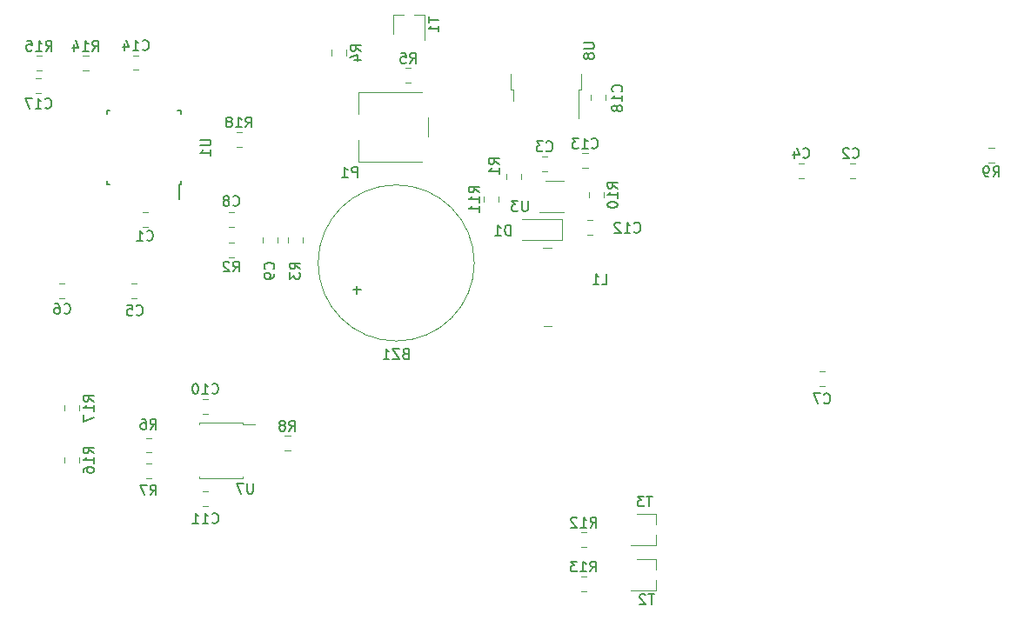
<source format=gbr>
G04 #@! TF.GenerationSoftware,KiCad,Pcbnew,(5.0.1)-3*
G04 #@! TF.CreationDate,2019-05-30T14:31:15+02:00*
G04 #@! TF.ProjectId,SudTempControl,53756454656D70436F6E74726F6C2E6B,rev?*
G04 #@! TF.SameCoordinates,Original*
G04 #@! TF.FileFunction,Legend,Bot*
G04 #@! TF.FilePolarity,Positive*
%FSLAX46Y46*%
G04 Gerber Fmt 4.6, Leading zero omitted, Abs format (unit mm)*
G04 Created by KiCad (PCBNEW (5.0.1)-3) date 30.05.2019 14:31:15*
%MOMM*%
%LPD*%
G01*
G04 APERTURE LIST*
%ADD10C,0.120000*%
%ADD11C,0.150000*%
G04 APERTURE END LIST*
D10*
G04 #@! TO.C,C18*
X179490000Y-82838748D02*
X179490000Y-83361252D01*
X180910000Y-82838748D02*
X180910000Y-83361252D01*
G04 #@! TO.C,U8*
X178550000Y-80870000D02*
X178550000Y-82370000D01*
X178550000Y-82370000D02*
X178280000Y-82370000D01*
X178280000Y-82370000D02*
X178280000Y-85200000D01*
X171650000Y-80870000D02*
X171650000Y-82370000D01*
X171650000Y-82370000D02*
X171920000Y-82370000D01*
X171920000Y-82370000D02*
X171920000Y-83470000D01*
D11*
G04 #@! TO.C,U1*
X139400000Y-91625000D02*
X139400000Y-93050000D01*
X139625000Y-84375000D02*
X139625000Y-84700000D01*
X132375000Y-84375000D02*
X132375000Y-84700000D01*
X132375000Y-91625000D02*
X132375000Y-91300000D01*
X139625000Y-91625000D02*
X139625000Y-91300000D01*
X132375000Y-91625000D02*
X132700000Y-91625000D01*
X132375000Y-84375000D02*
X132700000Y-84375000D01*
X139625000Y-84375000D02*
X139300000Y-84375000D01*
X139625000Y-91625000D02*
X139400000Y-91625000D01*
D10*
G04 #@! TO.C,C17*
X126011252Y-81290000D02*
X125488748Y-81290000D01*
X126011252Y-82710000D02*
X125488748Y-82710000D01*
G04 #@! TO.C,R15*
X126061252Y-79090000D02*
X125538748Y-79090000D01*
X126061252Y-80510000D02*
X125538748Y-80510000D01*
G04 #@! TO.C,R16*
X128290000Y-118686252D02*
X128290000Y-118163748D01*
X129710000Y-118686252D02*
X129710000Y-118163748D01*
G04 #@! TO.C,R17*
X129710000Y-113636252D02*
X129710000Y-113113748D01*
X128290000Y-113636252D02*
X128290000Y-113113748D01*
G04 #@! TO.C,R18*
X145511252Y-87960000D02*
X144988748Y-87960000D01*
X145511252Y-86540000D02*
X144988748Y-86540000D01*
G04 #@! TO.C,R14*
X130586252Y-79090000D02*
X130063748Y-79090000D01*
X130586252Y-80510000D02*
X130063748Y-80510000D01*
G04 #@! TO.C,C14*
X135486252Y-80460000D02*
X134963748Y-80460000D01*
X135486252Y-79040000D02*
X134963748Y-79040000D01*
G04 #@! TO.C,C13*
X179186252Y-88590000D02*
X178663748Y-88590000D01*
X179186252Y-90010000D02*
X178663748Y-90010000D01*
G04 #@! TO.C,T3*
X185830000Y-126710000D02*
X183400000Y-126710000D01*
X185850000Y-126700000D02*
X185850000Y-125700000D01*
X185850000Y-123650000D02*
X184000000Y-123650000D01*
X185850000Y-124700000D02*
X185850000Y-123650000D01*
G04 #@! TO.C,R13*
X179036252Y-131210000D02*
X178513748Y-131210000D01*
X179036252Y-129790000D02*
X178513748Y-129790000D01*
G04 #@! TO.C,R12*
X179061252Y-126910000D02*
X178538748Y-126910000D01*
X179061252Y-125490000D02*
X178538748Y-125490000D01*
G04 #@! TO.C,BZ1*
X168150000Y-99250000D02*
G75*
G03X168150000Y-99250000I-7600000J0D01*
G01*
G04 #@! TO.C,L1*
X175700000Y-97800000D02*
X174850000Y-97800000D01*
X175700000Y-105400000D02*
X174900000Y-105400000D01*
G04 #@! TO.C,D1*
X176650000Y-95000000D02*
X172750000Y-95000000D01*
X176650000Y-97000000D02*
X172750000Y-97000000D01*
X176650000Y-95000000D02*
X176650000Y-97000000D01*
G04 #@! TO.C,C3*
X175236252Y-90310000D02*
X174713748Y-90310000D01*
X175236252Y-88890000D02*
X174713748Y-88890000D01*
G04 #@! TO.C,C12*
X179113748Y-95090000D02*
X179636252Y-95090000D01*
X179113748Y-96510000D02*
X179636252Y-96510000D01*
G04 #@! TO.C,C11*
X142261252Y-122910000D02*
X141738748Y-122910000D01*
X142261252Y-121490000D02*
X141738748Y-121490000D01*
G04 #@! TO.C,C9*
X147540000Y-97261252D02*
X147540000Y-96738748D01*
X148960000Y-97261252D02*
X148960000Y-96738748D01*
G04 #@! TO.C,C7*
X202286252Y-111210000D02*
X201763748Y-111210000D01*
X202286252Y-109790000D02*
X201763748Y-109790000D01*
G04 #@! TO.C,C6*
X128261252Y-102710000D02*
X127738748Y-102710000D01*
X128261252Y-101290000D02*
X127738748Y-101290000D01*
G04 #@! TO.C,C5*
X135261252Y-102710000D02*
X134738748Y-102710000D01*
X135261252Y-101290000D02*
X134738748Y-101290000D01*
G04 #@! TO.C,C4*
X199713748Y-89590000D02*
X200236252Y-89590000D01*
X199713748Y-91010000D02*
X200236252Y-91010000D01*
G04 #@! TO.C,C2*
X204713748Y-89590000D02*
X205236252Y-89590000D01*
X204713748Y-91010000D02*
X205236252Y-91010000D01*
G04 #@! TO.C,C1*
X135838748Y-94290000D02*
X136361252Y-94290000D01*
X135838748Y-95710000D02*
X136361252Y-95710000D01*
G04 #@! TO.C,C8*
X144238748Y-94290000D02*
X144761252Y-94290000D01*
X144238748Y-95710000D02*
X144761252Y-95710000D01*
G04 #@! TO.C,C10*
X142236252Y-113910000D02*
X141713748Y-113910000D01*
X142236252Y-112490000D02*
X141713748Y-112490000D01*
G04 #@! TO.C,U7*
X145600000Y-114940000D02*
X146790000Y-114940000D01*
X145600000Y-114770000D02*
X145600000Y-114940000D01*
X141400000Y-114770000D02*
X141400000Y-114940000D01*
X145600000Y-120070000D02*
X145600000Y-120240000D01*
X141400000Y-120060000D02*
X141400000Y-120230000D01*
X141400000Y-120230000D02*
X145600000Y-120230000D01*
X141400000Y-114770000D02*
X145600000Y-114770000D01*
G04 #@! TO.C,T2*
X185830000Y-131110000D02*
X183400000Y-131110000D01*
X185850000Y-131100000D02*
X185850000Y-130100000D01*
X185850000Y-128050000D02*
X184000000Y-128050000D01*
X185850000Y-129100000D02*
X185850000Y-128050000D01*
G04 #@! TO.C,T1*
X163310000Y-75130000D02*
X163310000Y-77560000D01*
X163300000Y-75110000D02*
X162300000Y-75110000D01*
X160250000Y-75110000D02*
X160250000Y-76960000D01*
X161300000Y-75110000D02*
X160250000Y-75110000D01*
G04 #@! TO.C,U3*
X176880000Y-94310000D02*
X174450000Y-94310000D01*
X175120000Y-91240000D02*
X176880000Y-91240000D01*
G04 #@! TO.C,P1*
X156880000Y-87240000D02*
X156880000Y-89370000D01*
X156880000Y-82629000D02*
X156880000Y-84760000D01*
X163620000Y-85091000D02*
X163620000Y-86910000D01*
X163084000Y-89370000D02*
X156880000Y-89370000D01*
X163084000Y-82629000D02*
X156880000Y-82629000D01*
G04 #@! TO.C,R6*
X136238748Y-116290000D02*
X136761252Y-116290000D01*
X136238748Y-117710000D02*
X136761252Y-117710000D01*
G04 #@! TO.C,R11*
X170510000Y-92763748D02*
X170510000Y-93286252D01*
X169090000Y-92763748D02*
X169090000Y-93286252D01*
G04 #@! TO.C,R10*
X179290000Y-92886252D02*
X179290000Y-92363748D01*
X180710000Y-92886252D02*
X180710000Y-92363748D01*
G04 #@! TO.C,R8*
X150236252Y-117510000D02*
X149713748Y-117510000D01*
X150236252Y-116090000D02*
X149713748Y-116090000D01*
G04 #@! TO.C,R7*
X136238748Y-118790000D02*
X136761252Y-118790000D01*
X136238748Y-120210000D02*
X136761252Y-120210000D01*
G04 #@! TO.C,R4*
X154290000Y-79036252D02*
X154290000Y-78513748D01*
X155710000Y-79036252D02*
X155710000Y-78513748D01*
G04 #@! TO.C,R1*
X172710000Y-90563748D02*
X172710000Y-91086252D01*
X171290000Y-90563748D02*
X171290000Y-91086252D01*
G04 #@! TO.C,R2*
X144238748Y-97290000D02*
X144761252Y-97290000D01*
X144238748Y-98710000D02*
X144761252Y-98710000D01*
G04 #@! TO.C,R3*
X150040000Y-97286252D02*
X150040000Y-96763748D01*
X151460000Y-97286252D02*
X151460000Y-96763748D01*
G04 #@! TO.C,R5*
X161986252Y-81710000D02*
X161463748Y-81710000D01*
X161986252Y-80290000D02*
X161463748Y-80290000D01*
G04 #@! TO.C,R9*
X218213748Y-88040000D02*
X218736252Y-88040000D01*
X218213748Y-89460000D02*
X218736252Y-89460000D01*
G04 #@! TO.C,C18*
D11*
X182457142Y-82557142D02*
X182504761Y-82509523D01*
X182552380Y-82366666D01*
X182552380Y-82271428D01*
X182504761Y-82128571D01*
X182409523Y-82033333D01*
X182314285Y-81985714D01*
X182123809Y-81938095D01*
X181980952Y-81938095D01*
X181790476Y-81985714D01*
X181695238Y-82033333D01*
X181600000Y-82128571D01*
X181552380Y-82271428D01*
X181552380Y-82366666D01*
X181600000Y-82509523D01*
X181647619Y-82557142D01*
X182552380Y-83509523D02*
X182552380Y-82938095D01*
X182552380Y-83223809D02*
X181552380Y-83223809D01*
X181695238Y-83128571D01*
X181790476Y-83033333D01*
X181838095Y-82938095D01*
X181980952Y-84080952D02*
X181933333Y-83985714D01*
X181885714Y-83938095D01*
X181790476Y-83890476D01*
X181742857Y-83890476D01*
X181647619Y-83938095D01*
X181600000Y-83985714D01*
X181552380Y-84080952D01*
X181552380Y-84271428D01*
X181600000Y-84366666D01*
X181647619Y-84414285D01*
X181742857Y-84461904D01*
X181790476Y-84461904D01*
X181885714Y-84414285D01*
X181933333Y-84366666D01*
X181980952Y-84271428D01*
X181980952Y-84080952D01*
X182028571Y-83985714D01*
X182076190Y-83938095D01*
X182171428Y-83890476D01*
X182361904Y-83890476D01*
X182457142Y-83938095D01*
X182504761Y-83985714D01*
X182552380Y-84080952D01*
X182552380Y-84271428D01*
X182504761Y-84366666D01*
X182457142Y-84414285D01*
X182361904Y-84461904D01*
X182171428Y-84461904D01*
X182076190Y-84414285D01*
X182028571Y-84366666D01*
X181980952Y-84271428D01*
G04 #@! TO.C,U8*
X178802380Y-77838095D02*
X179611904Y-77838095D01*
X179707142Y-77885714D01*
X179754761Y-77933333D01*
X179802380Y-78028571D01*
X179802380Y-78219047D01*
X179754761Y-78314285D01*
X179707142Y-78361904D01*
X179611904Y-78409523D01*
X178802380Y-78409523D01*
X179230952Y-79028571D02*
X179183333Y-78933333D01*
X179135714Y-78885714D01*
X179040476Y-78838095D01*
X178992857Y-78838095D01*
X178897619Y-78885714D01*
X178850000Y-78933333D01*
X178802380Y-79028571D01*
X178802380Y-79219047D01*
X178850000Y-79314285D01*
X178897619Y-79361904D01*
X178992857Y-79409523D01*
X179040476Y-79409523D01*
X179135714Y-79361904D01*
X179183333Y-79314285D01*
X179230952Y-79219047D01*
X179230952Y-79028571D01*
X179278571Y-78933333D01*
X179326190Y-78885714D01*
X179421428Y-78838095D01*
X179611904Y-78838095D01*
X179707142Y-78885714D01*
X179754761Y-78933333D01*
X179802380Y-79028571D01*
X179802380Y-79219047D01*
X179754761Y-79314285D01*
X179707142Y-79361904D01*
X179611904Y-79409523D01*
X179421428Y-79409523D01*
X179326190Y-79361904D01*
X179278571Y-79314285D01*
X179230952Y-79219047D01*
G04 #@! TO.C,U1*
X141502380Y-87238095D02*
X142311904Y-87238095D01*
X142407142Y-87285714D01*
X142454761Y-87333333D01*
X142502380Y-87428571D01*
X142502380Y-87619047D01*
X142454761Y-87714285D01*
X142407142Y-87761904D01*
X142311904Y-87809523D01*
X141502380Y-87809523D01*
X142502380Y-88809523D02*
X142502380Y-88238095D01*
X142502380Y-88523809D02*
X141502380Y-88523809D01*
X141645238Y-88428571D01*
X141740476Y-88333333D01*
X141788095Y-88238095D01*
G04 #@! TO.C,C17*
X126392857Y-84107142D02*
X126440476Y-84154761D01*
X126583333Y-84202380D01*
X126678571Y-84202380D01*
X126821428Y-84154761D01*
X126916666Y-84059523D01*
X126964285Y-83964285D01*
X127011904Y-83773809D01*
X127011904Y-83630952D01*
X126964285Y-83440476D01*
X126916666Y-83345238D01*
X126821428Y-83250000D01*
X126678571Y-83202380D01*
X126583333Y-83202380D01*
X126440476Y-83250000D01*
X126392857Y-83297619D01*
X125440476Y-84202380D02*
X126011904Y-84202380D01*
X125726190Y-84202380D02*
X125726190Y-83202380D01*
X125821428Y-83345238D01*
X125916666Y-83440476D01*
X126011904Y-83488095D01*
X125107142Y-83202380D02*
X124440476Y-83202380D01*
X124869047Y-84202380D01*
G04 #@! TO.C,R15*
X126442857Y-78602380D02*
X126776190Y-78126190D01*
X127014285Y-78602380D02*
X127014285Y-77602380D01*
X126633333Y-77602380D01*
X126538095Y-77650000D01*
X126490476Y-77697619D01*
X126442857Y-77792857D01*
X126442857Y-77935714D01*
X126490476Y-78030952D01*
X126538095Y-78078571D01*
X126633333Y-78126190D01*
X127014285Y-78126190D01*
X125490476Y-78602380D02*
X126061904Y-78602380D01*
X125776190Y-78602380D02*
X125776190Y-77602380D01*
X125871428Y-77745238D01*
X125966666Y-77840476D01*
X126061904Y-77888095D01*
X124585714Y-77602380D02*
X125061904Y-77602380D01*
X125109523Y-78078571D01*
X125061904Y-78030952D01*
X124966666Y-77983333D01*
X124728571Y-77983333D01*
X124633333Y-78030952D01*
X124585714Y-78078571D01*
X124538095Y-78173809D01*
X124538095Y-78411904D01*
X124585714Y-78507142D01*
X124633333Y-78554761D01*
X124728571Y-78602380D01*
X124966666Y-78602380D01*
X125061904Y-78554761D01*
X125109523Y-78507142D01*
G04 #@! TO.C,R16*
X131102380Y-117782142D02*
X130626190Y-117448809D01*
X131102380Y-117210714D02*
X130102380Y-117210714D01*
X130102380Y-117591666D01*
X130150000Y-117686904D01*
X130197619Y-117734523D01*
X130292857Y-117782142D01*
X130435714Y-117782142D01*
X130530952Y-117734523D01*
X130578571Y-117686904D01*
X130626190Y-117591666D01*
X130626190Y-117210714D01*
X131102380Y-118734523D02*
X131102380Y-118163095D01*
X131102380Y-118448809D02*
X130102380Y-118448809D01*
X130245238Y-118353571D01*
X130340476Y-118258333D01*
X130388095Y-118163095D01*
X130102380Y-119591666D02*
X130102380Y-119401190D01*
X130150000Y-119305952D01*
X130197619Y-119258333D01*
X130340476Y-119163095D01*
X130530952Y-119115476D01*
X130911904Y-119115476D01*
X131007142Y-119163095D01*
X131054761Y-119210714D01*
X131102380Y-119305952D01*
X131102380Y-119496428D01*
X131054761Y-119591666D01*
X131007142Y-119639285D01*
X130911904Y-119686904D01*
X130673809Y-119686904D01*
X130578571Y-119639285D01*
X130530952Y-119591666D01*
X130483333Y-119496428D01*
X130483333Y-119305952D01*
X130530952Y-119210714D01*
X130578571Y-119163095D01*
X130673809Y-119115476D01*
G04 #@! TO.C,R17*
X131102380Y-112732142D02*
X130626190Y-112398809D01*
X131102380Y-112160714D02*
X130102380Y-112160714D01*
X130102380Y-112541666D01*
X130150000Y-112636904D01*
X130197619Y-112684523D01*
X130292857Y-112732142D01*
X130435714Y-112732142D01*
X130530952Y-112684523D01*
X130578571Y-112636904D01*
X130626190Y-112541666D01*
X130626190Y-112160714D01*
X131102380Y-113684523D02*
X131102380Y-113113095D01*
X131102380Y-113398809D02*
X130102380Y-113398809D01*
X130245238Y-113303571D01*
X130340476Y-113208333D01*
X130388095Y-113113095D01*
X130102380Y-114017857D02*
X130102380Y-114684523D01*
X131102380Y-114255952D01*
G04 #@! TO.C,R18*
X145892857Y-86052380D02*
X146226190Y-85576190D01*
X146464285Y-86052380D02*
X146464285Y-85052380D01*
X146083333Y-85052380D01*
X145988095Y-85100000D01*
X145940476Y-85147619D01*
X145892857Y-85242857D01*
X145892857Y-85385714D01*
X145940476Y-85480952D01*
X145988095Y-85528571D01*
X146083333Y-85576190D01*
X146464285Y-85576190D01*
X144940476Y-86052380D02*
X145511904Y-86052380D01*
X145226190Y-86052380D02*
X145226190Y-85052380D01*
X145321428Y-85195238D01*
X145416666Y-85290476D01*
X145511904Y-85338095D01*
X144369047Y-85480952D02*
X144464285Y-85433333D01*
X144511904Y-85385714D01*
X144559523Y-85290476D01*
X144559523Y-85242857D01*
X144511904Y-85147619D01*
X144464285Y-85100000D01*
X144369047Y-85052380D01*
X144178571Y-85052380D01*
X144083333Y-85100000D01*
X144035714Y-85147619D01*
X143988095Y-85242857D01*
X143988095Y-85290476D01*
X144035714Y-85385714D01*
X144083333Y-85433333D01*
X144178571Y-85480952D01*
X144369047Y-85480952D01*
X144464285Y-85528571D01*
X144511904Y-85576190D01*
X144559523Y-85671428D01*
X144559523Y-85861904D01*
X144511904Y-85957142D01*
X144464285Y-86004761D01*
X144369047Y-86052380D01*
X144178571Y-86052380D01*
X144083333Y-86004761D01*
X144035714Y-85957142D01*
X143988095Y-85861904D01*
X143988095Y-85671428D01*
X144035714Y-85576190D01*
X144083333Y-85528571D01*
X144178571Y-85480952D01*
G04 #@! TO.C,R14*
X130967857Y-78602380D02*
X131301190Y-78126190D01*
X131539285Y-78602380D02*
X131539285Y-77602380D01*
X131158333Y-77602380D01*
X131063095Y-77650000D01*
X131015476Y-77697619D01*
X130967857Y-77792857D01*
X130967857Y-77935714D01*
X131015476Y-78030952D01*
X131063095Y-78078571D01*
X131158333Y-78126190D01*
X131539285Y-78126190D01*
X130015476Y-78602380D02*
X130586904Y-78602380D01*
X130301190Y-78602380D02*
X130301190Y-77602380D01*
X130396428Y-77745238D01*
X130491666Y-77840476D01*
X130586904Y-77888095D01*
X129158333Y-77935714D02*
X129158333Y-78602380D01*
X129396428Y-77554761D02*
X129634523Y-78269047D01*
X129015476Y-78269047D01*
G04 #@! TO.C,C14*
X135867857Y-78457142D02*
X135915476Y-78504761D01*
X136058333Y-78552380D01*
X136153571Y-78552380D01*
X136296428Y-78504761D01*
X136391666Y-78409523D01*
X136439285Y-78314285D01*
X136486904Y-78123809D01*
X136486904Y-77980952D01*
X136439285Y-77790476D01*
X136391666Y-77695238D01*
X136296428Y-77600000D01*
X136153571Y-77552380D01*
X136058333Y-77552380D01*
X135915476Y-77600000D01*
X135867857Y-77647619D01*
X134915476Y-78552380D02*
X135486904Y-78552380D01*
X135201190Y-78552380D02*
X135201190Y-77552380D01*
X135296428Y-77695238D01*
X135391666Y-77790476D01*
X135486904Y-77838095D01*
X134058333Y-77885714D02*
X134058333Y-78552380D01*
X134296428Y-77504761D02*
X134534523Y-78219047D01*
X133915476Y-78219047D01*
G04 #@! TO.C,C13*
X179567857Y-88007142D02*
X179615476Y-88054761D01*
X179758333Y-88102380D01*
X179853571Y-88102380D01*
X179996428Y-88054761D01*
X180091666Y-87959523D01*
X180139285Y-87864285D01*
X180186904Y-87673809D01*
X180186904Y-87530952D01*
X180139285Y-87340476D01*
X180091666Y-87245238D01*
X179996428Y-87150000D01*
X179853571Y-87102380D01*
X179758333Y-87102380D01*
X179615476Y-87150000D01*
X179567857Y-87197619D01*
X178615476Y-88102380D02*
X179186904Y-88102380D01*
X178901190Y-88102380D02*
X178901190Y-87102380D01*
X178996428Y-87245238D01*
X179091666Y-87340476D01*
X179186904Y-87388095D01*
X178282142Y-87102380D02*
X177663095Y-87102380D01*
X177996428Y-87483333D01*
X177853571Y-87483333D01*
X177758333Y-87530952D01*
X177710714Y-87578571D01*
X177663095Y-87673809D01*
X177663095Y-87911904D01*
X177710714Y-88007142D01*
X177758333Y-88054761D01*
X177853571Y-88102380D01*
X178139285Y-88102380D01*
X178234523Y-88054761D01*
X178282142Y-88007142D01*
G04 #@! TO.C,T3*
X185461904Y-121952380D02*
X184890476Y-121952380D01*
X185176190Y-122952380D02*
X185176190Y-121952380D01*
X184652380Y-121952380D02*
X184033333Y-121952380D01*
X184366666Y-122333333D01*
X184223809Y-122333333D01*
X184128571Y-122380952D01*
X184080952Y-122428571D01*
X184033333Y-122523809D01*
X184033333Y-122761904D01*
X184080952Y-122857142D01*
X184128571Y-122904761D01*
X184223809Y-122952380D01*
X184509523Y-122952380D01*
X184604761Y-122904761D01*
X184652380Y-122857142D01*
G04 #@! TO.C,R13*
X179417857Y-129302380D02*
X179751190Y-128826190D01*
X179989285Y-129302380D02*
X179989285Y-128302380D01*
X179608333Y-128302380D01*
X179513095Y-128350000D01*
X179465476Y-128397619D01*
X179417857Y-128492857D01*
X179417857Y-128635714D01*
X179465476Y-128730952D01*
X179513095Y-128778571D01*
X179608333Y-128826190D01*
X179989285Y-128826190D01*
X178465476Y-129302380D02*
X179036904Y-129302380D01*
X178751190Y-129302380D02*
X178751190Y-128302380D01*
X178846428Y-128445238D01*
X178941666Y-128540476D01*
X179036904Y-128588095D01*
X178132142Y-128302380D02*
X177513095Y-128302380D01*
X177846428Y-128683333D01*
X177703571Y-128683333D01*
X177608333Y-128730952D01*
X177560714Y-128778571D01*
X177513095Y-128873809D01*
X177513095Y-129111904D01*
X177560714Y-129207142D01*
X177608333Y-129254761D01*
X177703571Y-129302380D01*
X177989285Y-129302380D01*
X178084523Y-129254761D01*
X178132142Y-129207142D01*
G04 #@! TO.C,R12*
X179442857Y-125002380D02*
X179776190Y-124526190D01*
X180014285Y-125002380D02*
X180014285Y-124002380D01*
X179633333Y-124002380D01*
X179538095Y-124050000D01*
X179490476Y-124097619D01*
X179442857Y-124192857D01*
X179442857Y-124335714D01*
X179490476Y-124430952D01*
X179538095Y-124478571D01*
X179633333Y-124526190D01*
X180014285Y-124526190D01*
X178490476Y-125002380D02*
X179061904Y-125002380D01*
X178776190Y-125002380D02*
X178776190Y-124002380D01*
X178871428Y-124145238D01*
X178966666Y-124240476D01*
X179061904Y-124288095D01*
X178109523Y-124097619D02*
X178061904Y-124050000D01*
X177966666Y-124002380D01*
X177728571Y-124002380D01*
X177633333Y-124050000D01*
X177585714Y-124097619D01*
X177538095Y-124192857D01*
X177538095Y-124288095D01*
X177585714Y-124430952D01*
X178157142Y-125002380D01*
X177538095Y-125002380D01*
G04 #@! TO.C,BZ1*
X161440952Y-108068571D02*
X161298095Y-108116190D01*
X161250476Y-108163809D01*
X161202857Y-108259047D01*
X161202857Y-108401904D01*
X161250476Y-108497142D01*
X161298095Y-108544761D01*
X161393333Y-108592380D01*
X161774285Y-108592380D01*
X161774285Y-107592380D01*
X161440952Y-107592380D01*
X161345714Y-107640000D01*
X161298095Y-107687619D01*
X161250476Y-107782857D01*
X161250476Y-107878095D01*
X161298095Y-107973333D01*
X161345714Y-108020952D01*
X161440952Y-108068571D01*
X161774285Y-108068571D01*
X160869523Y-107592380D02*
X160202857Y-107592380D01*
X160869523Y-108592380D01*
X160202857Y-108592380D01*
X159298095Y-108592380D02*
X159869523Y-108592380D01*
X159583809Y-108592380D02*
X159583809Y-107592380D01*
X159679047Y-107735238D01*
X159774285Y-107830476D01*
X159869523Y-107878095D01*
X157120952Y-101861428D02*
X156359047Y-101861428D01*
X156740000Y-102242380D02*
X156740000Y-101480476D01*
G04 #@! TO.C,L1*
X180566666Y-101302380D02*
X181042857Y-101302380D01*
X181042857Y-100302380D01*
X179709523Y-101302380D02*
X180280952Y-101302380D01*
X179995238Y-101302380D02*
X179995238Y-100302380D01*
X180090476Y-100445238D01*
X180185714Y-100540476D01*
X180280952Y-100588095D01*
G04 #@! TO.C,D1*
X171688095Y-96552380D02*
X171688095Y-95552380D01*
X171450000Y-95552380D01*
X171307142Y-95600000D01*
X171211904Y-95695238D01*
X171164285Y-95790476D01*
X171116666Y-95980952D01*
X171116666Y-96123809D01*
X171164285Y-96314285D01*
X171211904Y-96409523D01*
X171307142Y-96504761D01*
X171450000Y-96552380D01*
X171688095Y-96552380D01*
X170164285Y-96552380D02*
X170735714Y-96552380D01*
X170450000Y-96552380D02*
X170450000Y-95552380D01*
X170545238Y-95695238D01*
X170640476Y-95790476D01*
X170735714Y-95838095D01*
G04 #@! TO.C,C3*
X175141666Y-88307142D02*
X175189285Y-88354761D01*
X175332142Y-88402380D01*
X175427380Y-88402380D01*
X175570238Y-88354761D01*
X175665476Y-88259523D01*
X175713095Y-88164285D01*
X175760714Y-87973809D01*
X175760714Y-87830952D01*
X175713095Y-87640476D01*
X175665476Y-87545238D01*
X175570238Y-87450000D01*
X175427380Y-87402380D01*
X175332142Y-87402380D01*
X175189285Y-87450000D01*
X175141666Y-87497619D01*
X174808333Y-87402380D02*
X174189285Y-87402380D01*
X174522619Y-87783333D01*
X174379761Y-87783333D01*
X174284523Y-87830952D01*
X174236904Y-87878571D01*
X174189285Y-87973809D01*
X174189285Y-88211904D01*
X174236904Y-88307142D01*
X174284523Y-88354761D01*
X174379761Y-88402380D01*
X174665476Y-88402380D01*
X174760714Y-88354761D01*
X174808333Y-88307142D01*
G04 #@! TO.C,C12*
X183692857Y-96207142D02*
X183740476Y-96254761D01*
X183883333Y-96302380D01*
X183978571Y-96302380D01*
X184121428Y-96254761D01*
X184216666Y-96159523D01*
X184264285Y-96064285D01*
X184311904Y-95873809D01*
X184311904Y-95730952D01*
X184264285Y-95540476D01*
X184216666Y-95445238D01*
X184121428Y-95350000D01*
X183978571Y-95302380D01*
X183883333Y-95302380D01*
X183740476Y-95350000D01*
X183692857Y-95397619D01*
X182740476Y-96302380D02*
X183311904Y-96302380D01*
X183026190Y-96302380D02*
X183026190Y-95302380D01*
X183121428Y-95445238D01*
X183216666Y-95540476D01*
X183311904Y-95588095D01*
X182359523Y-95397619D02*
X182311904Y-95350000D01*
X182216666Y-95302380D01*
X181978571Y-95302380D01*
X181883333Y-95350000D01*
X181835714Y-95397619D01*
X181788095Y-95492857D01*
X181788095Y-95588095D01*
X181835714Y-95730952D01*
X182407142Y-96302380D01*
X181788095Y-96302380D01*
G04 #@! TO.C,C11*
X142642857Y-124507142D02*
X142690476Y-124554761D01*
X142833333Y-124602380D01*
X142928571Y-124602380D01*
X143071428Y-124554761D01*
X143166666Y-124459523D01*
X143214285Y-124364285D01*
X143261904Y-124173809D01*
X143261904Y-124030952D01*
X143214285Y-123840476D01*
X143166666Y-123745238D01*
X143071428Y-123650000D01*
X142928571Y-123602380D01*
X142833333Y-123602380D01*
X142690476Y-123650000D01*
X142642857Y-123697619D01*
X141690476Y-124602380D02*
X142261904Y-124602380D01*
X141976190Y-124602380D02*
X141976190Y-123602380D01*
X142071428Y-123745238D01*
X142166666Y-123840476D01*
X142261904Y-123888095D01*
X140738095Y-124602380D02*
X141309523Y-124602380D01*
X141023809Y-124602380D02*
X141023809Y-123602380D01*
X141119047Y-123745238D01*
X141214285Y-123840476D01*
X141309523Y-123888095D01*
G04 #@! TO.C,C9*
X148607142Y-99833333D02*
X148654761Y-99785714D01*
X148702380Y-99642857D01*
X148702380Y-99547619D01*
X148654761Y-99404761D01*
X148559523Y-99309523D01*
X148464285Y-99261904D01*
X148273809Y-99214285D01*
X148130952Y-99214285D01*
X147940476Y-99261904D01*
X147845238Y-99309523D01*
X147750000Y-99404761D01*
X147702380Y-99547619D01*
X147702380Y-99642857D01*
X147750000Y-99785714D01*
X147797619Y-99833333D01*
X148702380Y-100309523D02*
X148702380Y-100500000D01*
X148654761Y-100595238D01*
X148607142Y-100642857D01*
X148464285Y-100738095D01*
X148273809Y-100785714D01*
X147892857Y-100785714D01*
X147797619Y-100738095D01*
X147750000Y-100690476D01*
X147702380Y-100595238D01*
X147702380Y-100404761D01*
X147750000Y-100309523D01*
X147797619Y-100261904D01*
X147892857Y-100214285D01*
X148130952Y-100214285D01*
X148226190Y-100261904D01*
X148273809Y-100309523D01*
X148321428Y-100404761D01*
X148321428Y-100595238D01*
X148273809Y-100690476D01*
X148226190Y-100738095D01*
X148130952Y-100785714D01*
G04 #@! TO.C,C7*
X202166666Y-112857142D02*
X202214285Y-112904761D01*
X202357142Y-112952380D01*
X202452380Y-112952380D01*
X202595238Y-112904761D01*
X202690476Y-112809523D01*
X202738095Y-112714285D01*
X202785714Y-112523809D01*
X202785714Y-112380952D01*
X202738095Y-112190476D01*
X202690476Y-112095238D01*
X202595238Y-112000000D01*
X202452380Y-111952380D01*
X202357142Y-111952380D01*
X202214285Y-112000000D01*
X202166666Y-112047619D01*
X201833333Y-111952380D02*
X201166666Y-111952380D01*
X201595238Y-112952380D01*
G04 #@! TO.C,C6*
X128216666Y-104107142D02*
X128264285Y-104154761D01*
X128407142Y-104202380D01*
X128502380Y-104202380D01*
X128645238Y-104154761D01*
X128740476Y-104059523D01*
X128788095Y-103964285D01*
X128835714Y-103773809D01*
X128835714Y-103630952D01*
X128788095Y-103440476D01*
X128740476Y-103345238D01*
X128645238Y-103250000D01*
X128502380Y-103202380D01*
X128407142Y-103202380D01*
X128264285Y-103250000D01*
X128216666Y-103297619D01*
X127359523Y-103202380D02*
X127550000Y-103202380D01*
X127645238Y-103250000D01*
X127692857Y-103297619D01*
X127788095Y-103440476D01*
X127835714Y-103630952D01*
X127835714Y-104011904D01*
X127788095Y-104107142D01*
X127740476Y-104154761D01*
X127645238Y-104202380D01*
X127454761Y-104202380D01*
X127359523Y-104154761D01*
X127311904Y-104107142D01*
X127264285Y-104011904D01*
X127264285Y-103773809D01*
X127311904Y-103678571D01*
X127359523Y-103630952D01*
X127454761Y-103583333D01*
X127645238Y-103583333D01*
X127740476Y-103630952D01*
X127788095Y-103678571D01*
X127835714Y-103773809D01*
G04 #@! TO.C,C5*
X135266666Y-104257142D02*
X135314285Y-104304761D01*
X135457142Y-104352380D01*
X135552380Y-104352380D01*
X135695238Y-104304761D01*
X135790476Y-104209523D01*
X135838095Y-104114285D01*
X135885714Y-103923809D01*
X135885714Y-103780952D01*
X135838095Y-103590476D01*
X135790476Y-103495238D01*
X135695238Y-103400000D01*
X135552380Y-103352380D01*
X135457142Y-103352380D01*
X135314285Y-103400000D01*
X135266666Y-103447619D01*
X134361904Y-103352380D02*
X134838095Y-103352380D01*
X134885714Y-103828571D01*
X134838095Y-103780952D01*
X134742857Y-103733333D01*
X134504761Y-103733333D01*
X134409523Y-103780952D01*
X134361904Y-103828571D01*
X134314285Y-103923809D01*
X134314285Y-104161904D01*
X134361904Y-104257142D01*
X134409523Y-104304761D01*
X134504761Y-104352380D01*
X134742857Y-104352380D01*
X134838095Y-104304761D01*
X134885714Y-104257142D01*
G04 #@! TO.C,C4*
X200141666Y-88957142D02*
X200189285Y-89004761D01*
X200332142Y-89052380D01*
X200427380Y-89052380D01*
X200570238Y-89004761D01*
X200665476Y-88909523D01*
X200713095Y-88814285D01*
X200760714Y-88623809D01*
X200760714Y-88480952D01*
X200713095Y-88290476D01*
X200665476Y-88195238D01*
X200570238Y-88100000D01*
X200427380Y-88052380D01*
X200332142Y-88052380D01*
X200189285Y-88100000D01*
X200141666Y-88147619D01*
X199284523Y-88385714D02*
X199284523Y-89052380D01*
X199522619Y-88004761D02*
X199760714Y-88719047D01*
X199141666Y-88719047D01*
G04 #@! TO.C,C2*
X204966666Y-88957142D02*
X205014285Y-89004761D01*
X205157142Y-89052380D01*
X205252380Y-89052380D01*
X205395238Y-89004761D01*
X205490476Y-88909523D01*
X205538095Y-88814285D01*
X205585714Y-88623809D01*
X205585714Y-88480952D01*
X205538095Y-88290476D01*
X205490476Y-88195238D01*
X205395238Y-88100000D01*
X205252380Y-88052380D01*
X205157142Y-88052380D01*
X205014285Y-88100000D01*
X204966666Y-88147619D01*
X204585714Y-88147619D02*
X204538095Y-88100000D01*
X204442857Y-88052380D01*
X204204761Y-88052380D01*
X204109523Y-88100000D01*
X204061904Y-88147619D01*
X204014285Y-88242857D01*
X204014285Y-88338095D01*
X204061904Y-88480952D01*
X204633333Y-89052380D01*
X204014285Y-89052380D01*
G04 #@! TO.C,C1*
X136266666Y-97007142D02*
X136314285Y-97054761D01*
X136457142Y-97102380D01*
X136552380Y-97102380D01*
X136695238Y-97054761D01*
X136790476Y-96959523D01*
X136838095Y-96864285D01*
X136885714Y-96673809D01*
X136885714Y-96530952D01*
X136838095Y-96340476D01*
X136790476Y-96245238D01*
X136695238Y-96150000D01*
X136552380Y-96102380D01*
X136457142Y-96102380D01*
X136314285Y-96150000D01*
X136266666Y-96197619D01*
X135314285Y-97102380D02*
X135885714Y-97102380D01*
X135600000Y-97102380D02*
X135600000Y-96102380D01*
X135695238Y-96245238D01*
X135790476Y-96340476D01*
X135885714Y-96388095D01*
G04 #@! TO.C,C8*
X144666666Y-93607142D02*
X144714285Y-93654761D01*
X144857142Y-93702380D01*
X144952380Y-93702380D01*
X145095238Y-93654761D01*
X145190476Y-93559523D01*
X145238095Y-93464285D01*
X145285714Y-93273809D01*
X145285714Y-93130952D01*
X145238095Y-92940476D01*
X145190476Y-92845238D01*
X145095238Y-92750000D01*
X144952380Y-92702380D01*
X144857142Y-92702380D01*
X144714285Y-92750000D01*
X144666666Y-92797619D01*
X144095238Y-93130952D02*
X144190476Y-93083333D01*
X144238095Y-93035714D01*
X144285714Y-92940476D01*
X144285714Y-92892857D01*
X144238095Y-92797619D01*
X144190476Y-92750000D01*
X144095238Y-92702380D01*
X143904761Y-92702380D01*
X143809523Y-92750000D01*
X143761904Y-92797619D01*
X143714285Y-92892857D01*
X143714285Y-92940476D01*
X143761904Y-93035714D01*
X143809523Y-93083333D01*
X143904761Y-93130952D01*
X144095238Y-93130952D01*
X144190476Y-93178571D01*
X144238095Y-93226190D01*
X144285714Y-93321428D01*
X144285714Y-93511904D01*
X144238095Y-93607142D01*
X144190476Y-93654761D01*
X144095238Y-93702380D01*
X143904761Y-93702380D01*
X143809523Y-93654761D01*
X143761904Y-93607142D01*
X143714285Y-93511904D01*
X143714285Y-93321428D01*
X143761904Y-93226190D01*
X143809523Y-93178571D01*
X143904761Y-93130952D01*
G04 #@! TO.C,C10*
X142617857Y-111907142D02*
X142665476Y-111954761D01*
X142808333Y-112002380D01*
X142903571Y-112002380D01*
X143046428Y-111954761D01*
X143141666Y-111859523D01*
X143189285Y-111764285D01*
X143236904Y-111573809D01*
X143236904Y-111430952D01*
X143189285Y-111240476D01*
X143141666Y-111145238D01*
X143046428Y-111050000D01*
X142903571Y-111002380D01*
X142808333Y-111002380D01*
X142665476Y-111050000D01*
X142617857Y-111097619D01*
X141665476Y-112002380D02*
X142236904Y-112002380D01*
X141951190Y-112002380D02*
X141951190Y-111002380D01*
X142046428Y-111145238D01*
X142141666Y-111240476D01*
X142236904Y-111288095D01*
X141046428Y-111002380D02*
X140951190Y-111002380D01*
X140855952Y-111050000D01*
X140808333Y-111097619D01*
X140760714Y-111192857D01*
X140713095Y-111383333D01*
X140713095Y-111621428D01*
X140760714Y-111811904D01*
X140808333Y-111907142D01*
X140855952Y-111954761D01*
X140951190Y-112002380D01*
X141046428Y-112002380D01*
X141141666Y-111954761D01*
X141189285Y-111907142D01*
X141236904Y-111811904D01*
X141284523Y-111621428D01*
X141284523Y-111383333D01*
X141236904Y-111192857D01*
X141189285Y-111097619D01*
X141141666Y-111050000D01*
X141046428Y-111002380D01*
G04 #@! TO.C,U7*
X146611904Y-120702380D02*
X146611904Y-121511904D01*
X146564285Y-121607142D01*
X146516666Y-121654761D01*
X146421428Y-121702380D01*
X146230952Y-121702380D01*
X146135714Y-121654761D01*
X146088095Y-121607142D01*
X146040476Y-121511904D01*
X146040476Y-120702380D01*
X145659523Y-120702380D02*
X144992857Y-120702380D01*
X145421428Y-121702380D01*
G04 #@! TO.C,T2*
X185661904Y-131502380D02*
X185090476Y-131502380D01*
X185376190Y-132502380D02*
X185376190Y-131502380D01*
X184804761Y-131597619D02*
X184757142Y-131550000D01*
X184661904Y-131502380D01*
X184423809Y-131502380D01*
X184328571Y-131550000D01*
X184280952Y-131597619D01*
X184233333Y-131692857D01*
X184233333Y-131788095D01*
X184280952Y-131930952D01*
X184852380Y-132502380D01*
X184233333Y-132502380D01*
G04 #@! TO.C,T1*
X163702380Y-75298095D02*
X163702380Y-75869523D01*
X164702380Y-75583809D02*
X163702380Y-75583809D01*
X164702380Y-76726666D02*
X164702380Y-76155238D01*
X164702380Y-76440952D02*
X163702380Y-76440952D01*
X163845238Y-76345714D01*
X163940476Y-76250476D01*
X163988095Y-76155238D01*
G04 #@! TO.C,U3*
X173361904Y-93202380D02*
X173361904Y-94011904D01*
X173314285Y-94107142D01*
X173266666Y-94154761D01*
X173171428Y-94202380D01*
X172980952Y-94202380D01*
X172885714Y-94154761D01*
X172838095Y-94107142D01*
X172790476Y-94011904D01*
X172790476Y-93202380D01*
X172409523Y-93202380D02*
X171790476Y-93202380D01*
X172123809Y-93583333D01*
X171980952Y-93583333D01*
X171885714Y-93630952D01*
X171838095Y-93678571D01*
X171790476Y-93773809D01*
X171790476Y-94011904D01*
X171838095Y-94107142D01*
X171885714Y-94154761D01*
X171980952Y-94202380D01*
X172266666Y-94202380D01*
X172361904Y-94154761D01*
X172409523Y-94107142D01*
G04 #@! TO.C,P1*
X156788095Y-90902380D02*
X156788095Y-89902380D01*
X156407142Y-89902380D01*
X156311904Y-89950000D01*
X156264285Y-89997619D01*
X156216666Y-90092857D01*
X156216666Y-90235714D01*
X156264285Y-90330952D01*
X156311904Y-90378571D01*
X156407142Y-90426190D01*
X156788095Y-90426190D01*
X155264285Y-90902380D02*
X155835714Y-90902380D01*
X155550000Y-90902380D02*
X155550000Y-89902380D01*
X155645238Y-90045238D01*
X155740476Y-90140476D01*
X155835714Y-90188095D01*
G04 #@! TO.C,R6*
X136616666Y-115452380D02*
X136950000Y-114976190D01*
X137188095Y-115452380D02*
X137188095Y-114452380D01*
X136807142Y-114452380D01*
X136711904Y-114500000D01*
X136664285Y-114547619D01*
X136616666Y-114642857D01*
X136616666Y-114785714D01*
X136664285Y-114880952D01*
X136711904Y-114928571D01*
X136807142Y-114976190D01*
X137188095Y-114976190D01*
X135759523Y-114452380D02*
X135950000Y-114452380D01*
X136045238Y-114500000D01*
X136092857Y-114547619D01*
X136188095Y-114690476D01*
X136235714Y-114880952D01*
X136235714Y-115261904D01*
X136188095Y-115357142D01*
X136140476Y-115404761D01*
X136045238Y-115452380D01*
X135854761Y-115452380D01*
X135759523Y-115404761D01*
X135711904Y-115357142D01*
X135664285Y-115261904D01*
X135664285Y-115023809D01*
X135711904Y-114928571D01*
X135759523Y-114880952D01*
X135854761Y-114833333D01*
X136045238Y-114833333D01*
X136140476Y-114880952D01*
X136188095Y-114928571D01*
X136235714Y-115023809D01*
G04 #@! TO.C,R11*
X168602380Y-92382142D02*
X168126190Y-92048809D01*
X168602380Y-91810714D02*
X167602380Y-91810714D01*
X167602380Y-92191666D01*
X167650000Y-92286904D01*
X167697619Y-92334523D01*
X167792857Y-92382142D01*
X167935714Y-92382142D01*
X168030952Y-92334523D01*
X168078571Y-92286904D01*
X168126190Y-92191666D01*
X168126190Y-91810714D01*
X168602380Y-93334523D02*
X168602380Y-92763095D01*
X168602380Y-93048809D02*
X167602380Y-93048809D01*
X167745238Y-92953571D01*
X167840476Y-92858333D01*
X167888095Y-92763095D01*
X168602380Y-94286904D02*
X168602380Y-93715476D01*
X168602380Y-94001190D02*
X167602380Y-94001190D01*
X167745238Y-93905952D01*
X167840476Y-93810714D01*
X167888095Y-93715476D01*
G04 #@! TO.C,R10*
X182102380Y-91982142D02*
X181626190Y-91648809D01*
X182102380Y-91410714D02*
X181102380Y-91410714D01*
X181102380Y-91791666D01*
X181150000Y-91886904D01*
X181197619Y-91934523D01*
X181292857Y-91982142D01*
X181435714Y-91982142D01*
X181530952Y-91934523D01*
X181578571Y-91886904D01*
X181626190Y-91791666D01*
X181626190Y-91410714D01*
X182102380Y-92934523D02*
X182102380Y-92363095D01*
X182102380Y-92648809D02*
X181102380Y-92648809D01*
X181245238Y-92553571D01*
X181340476Y-92458333D01*
X181388095Y-92363095D01*
X181102380Y-93553571D02*
X181102380Y-93648809D01*
X181150000Y-93744047D01*
X181197619Y-93791666D01*
X181292857Y-93839285D01*
X181483333Y-93886904D01*
X181721428Y-93886904D01*
X181911904Y-93839285D01*
X182007142Y-93791666D01*
X182054761Y-93744047D01*
X182102380Y-93648809D01*
X182102380Y-93553571D01*
X182054761Y-93458333D01*
X182007142Y-93410714D01*
X181911904Y-93363095D01*
X181721428Y-93315476D01*
X181483333Y-93315476D01*
X181292857Y-93363095D01*
X181197619Y-93410714D01*
X181150000Y-93458333D01*
X181102380Y-93553571D01*
G04 #@! TO.C,R8*
X150141666Y-115602380D02*
X150475000Y-115126190D01*
X150713095Y-115602380D02*
X150713095Y-114602380D01*
X150332142Y-114602380D01*
X150236904Y-114650000D01*
X150189285Y-114697619D01*
X150141666Y-114792857D01*
X150141666Y-114935714D01*
X150189285Y-115030952D01*
X150236904Y-115078571D01*
X150332142Y-115126190D01*
X150713095Y-115126190D01*
X149570238Y-115030952D02*
X149665476Y-114983333D01*
X149713095Y-114935714D01*
X149760714Y-114840476D01*
X149760714Y-114792857D01*
X149713095Y-114697619D01*
X149665476Y-114650000D01*
X149570238Y-114602380D01*
X149379761Y-114602380D01*
X149284523Y-114650000D01*
X149236904Y-114697619D01*
X149189285Y-114792857D01*
X149189285Y-114840476D01*
X149236904Y-114935714D01*
X149284523Y-114983333D01*
X149379761Y-115030952D01*
X149570238Y-115030952D01*
X149665476Y-115078571D01*
X149713095Y-115126190D01*
X149760714Y-115221428D01*
X149760714Y-115411904D01*
X149713095Y-115507142D01*
X149665476Y-115554761D01*
X149570238Y-115602380D01*
X149379761Y-115602380D01*
X149284523Y-115554761D01*
X149236904Y-115507142D01*
X149189285Y-115411904D01*
X149189285Y-115221428D01*
X149236904Y-115126190D01*
X149284523Y-115078571D01*
X149379761Y-115030952D01*
G04 #@! TO.C,R7*
X136616666Y-121852380D02*
X136950000Y-121376190D01*
X137188095Y-121852380D02*
X137188095Y-120852380D01*
X136807142Y-120852380D01*
X136711904Y-120900000D01*
X136664285Y-120947619D01*
X136616666Y-121042857D01*
X136616666Y-121185714D01*
X136664285Y-121280952D01*
X136711904Y-121328571D01*
X136807142Y-121376190D01*
X137188095Y-121376190D01*
X136283333Y-120852380D02*
X135616666Y-120852380D01*
X136045238Y-121852380D01*
G04 #@! TO.C,R4*
X157102380Y-78608333D02*
X156626190Y-78275000D01*
X157102380Y-78036904D02*
X156102380Y-78036904D01*
X156102380Y-78417857D01*
X156150000Y-78513095D01*
X156197619Y-78560714D01*
X156292857Y-78608333D01*
X156435714Y-78608333D01*
X156530952Y-78560714D01*
X156578571Y-78513095D01*
X156626190Y-78417857D01*
X156626190Y-78036904D01*
X156435714Y-79465476D02*
X157102380Y-79465476D01*
X156054761Y-79227380D02*
X156769047Y-78989285D01*
X156769047Y-79608333D01*
G04 #@! TO.C,R1*
X170552380Y-89633333D02*
X170076190Y-89300000D01*
X170552380Y-89061904D02*
X169552380Y-89061904D01*
X169552380Y-89442857D01*
X169600000Y-89538095D01*
X169647619Y-89585714D01*
X169742857Y-89633333D01*
X169885714Y-89633333D01*
X169980952Y-89585714D01*
X170028571Y-89538095D01*
X170076190Y-89442857D01*
X170076190Y-89061904D01*
X170552380Y-90585714D02*
X170552380Y-90014285D01*
X170552380Y-90300000D02*
X169552380Y-90300000D01*
X169695238Y-90204761D01*
X169790476Y-90109523D01*
X169838095Y-90014285D01*
G04 #@! TO.C,R2*
X144666666Y-100102380D02*
X145000000Y-99626190D01*
X145238095Y-100102380D02*
X145238095Y-99102380D01*
X144857142Y-99102380D01*
X144761904Y-99150000D01*
X144714285Y-99197619D01*
X144666666Y-99292857D01*
X144666666Y-99435714D01*
X144714285Y-99530952D01*
X144761904Y-99578571D01*
X144857142Y-99626190D01*
X145238095Y-99626190D01*
X144285714Y-99197619D02*
X144238095Y-99150000D01*
X144142857Y-99102380D01*
X143904761Y-99102380D01*
X143809523Y-99150000D01*
X143761904Y-99197619D01*
X143714285Y-99292857D01*
X143714285Y-99388095D01*
X143761904Y-99530952D01*
X144333333Y-100102380D01*
X143714285Y-100102380D01*
G04 #@! TO.C,R3*
X151202380Y-99833333D02*
X150726190Y-99500000D01*
X151202380Y-99261904D02*
X150202380Y-99261904D01*
X150202380Y-99642857D01*
X150250000Y-99738095D01*
X150297619Y-99785714D01*
X150392857Y-99833333D01*
X150535714Y-99833333D01*
X150630952Y-99785714D01*
X150678571Y-99738095D01*
X150726190Y-99642857D01*
X150726190Y-99261904D01*
X150202380Y-100166666D02*
X150202380Y-100785714D01*
X150583333Y-100452380D01*
X150583333Y-100595238D01*
X150630952Y-100690476D01*
X150678571Y-100738095D01*
X150773809Y-100785714D01*
X151011904Y-100785714D01*
X151107142Y-100738095D01*
X151154761Y-100690476D01*
X151202380Y-100595238D01*
X151202380Y-100309523D01*
X151154761Y-100214285D01*
X151107142Y-100166666D01*
G04 #@! TO.C,R5*
X161891666Y-79802380D02*
X162225000Y-79326190D01*
X162463095Y-79802380D02*
X162463095Y-78802380D01*
X162082142Y-78802380D01*
X161986904Y-78850000D01*
X161939285Y-78897619D01*
X161891666Y-78992857D01*
X161891666Y-79135714D01*
X161939285Y-79230952D01*
X161986904Y-79278571D01*
X162082142Y-79326190D01*
X162463095Y-79326190D01*
X160986904Y-78802380D02*
X161463095Y-78802380D01*
X161510714Y-79278571D01*
X161463095Y-79230952D01*
X161367857Y-79183333D01*
X161129761Y-79183333D01*
X161034523Y-79230952D01*
X160986904Y-79278571D01*
X160939285Y-79373809D01*
X160939285Y-79611904D01*
X160986904Y-79707142D01*
X161034523Y-79754761D01*
X161129761Y-79802380D01*
X161367857Y-79802380D01*
X161463095Y-79754761D01*
X161510714Y-79707142D01*
G04 #@! TO.C,R9*
X218641666Y-90852380D02*
X218975000Y-90376190D01*
X219213095Y-90852380D02*
X219213095Y-89852380D01*
X218832142Y-89852380D01*
X218736904Y-89900000D01*
X218689285Y-89947619D01*
X218641666Y-90042857D01*
X218641666Y-90185714D01*
X218689285Y-90280952D01*
X218736904Y-90328571D01*
X218832142Y-90376190D01*
X219213095Y-90376190D01*
X218165476Y-90852380D02*
X217975000Y-90852380D01*
X217879761Y-90804761D01*
X217832142Y-90757142D01*
X217736904Y-90614285D01*
X217689285Y-90423809D01*
X217689285Y-90042857D01*
X217736904Y-89947619D01*
X217784523Y-89900000D01*
X217879761Y-89852380D01*
X218070238Y-89852380D01*
X218165476Y-89900000D01*
X218213095Y-89947619D01*
X218260714Y-90042857D01*
X218260714Y-90280952D01*
X218213095Y-90376190D01*
X218165476Y-90423809D01*
X218070238Y-90471428D01*
X217879761Y-90471428D01*
X217784523Y-90423809D01*
X217736904Y-90376190D01*
X217689285Y-90280952D01*
G04 #@! TD*
M02*

</source>
